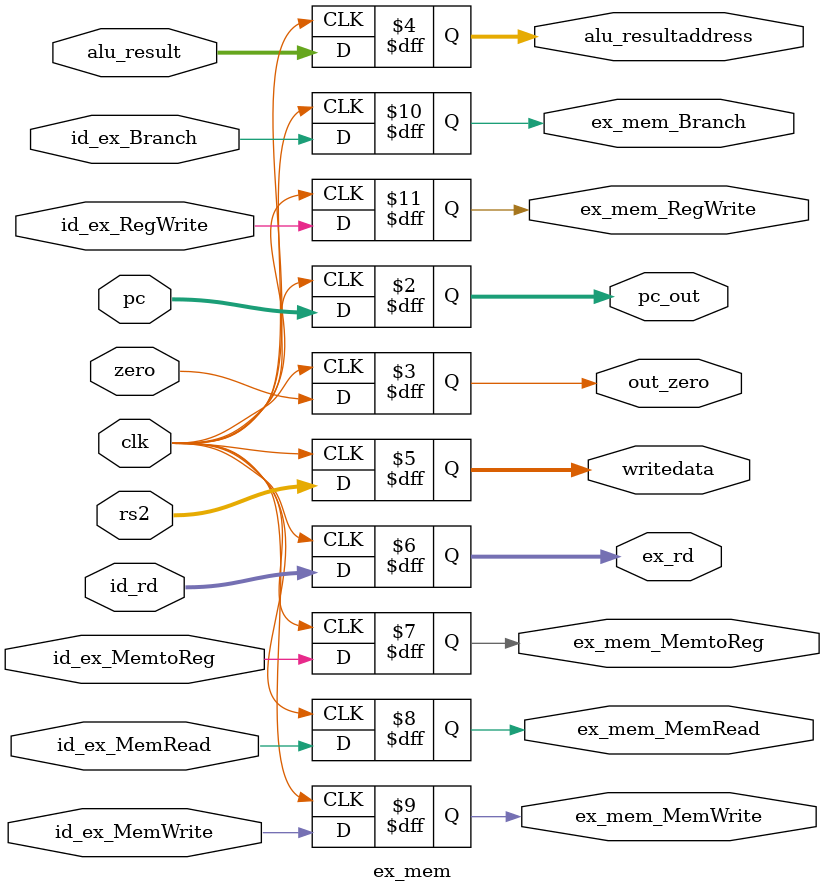
<source format=v>
module ex_mem (
    input clk,
    input id_ex_MemtoReg,id_ex_MemRead,id_ex_MemWrite,id_ex_Branch,id_ex_RegWrite,
    input [31:0]pc,
    input zero,
    input [31:0]alu_result,
    input [31:0]rs2,
    input [4:0] id_rd,
    output [31:0]pc_out,
    output out_zero,
    output [31:0]alu_resultaddress,
    output [31:0]writedata,
    output [4:0] ex_rd,
    output ex_mem_MemtoReg,ex_mem_MemRead,ex_mem_MemWrite,ex_mem_Branch,ex_mem_RegWrite
);
always @(posedge clk ) begin
    pc_out  <= pc;
    out_zero <= zero;
    alu_resultaddress <= alu_result;
    writedata <= rs2;
    ex_rd <= id_rd;
    ex_mem_MemtoReg <= id_ex_MemtoReg;
    ex_mem_MemRead  <= id_ex_MemRead;
    ex_mem_MemWrite <= id_ex_MemWrite;
    ex_mem_Branch   <= id_ex_Branch;
    ex_mem_RegWrite <= id_ex_RegWrite;
end
    
endmodule
</source>
